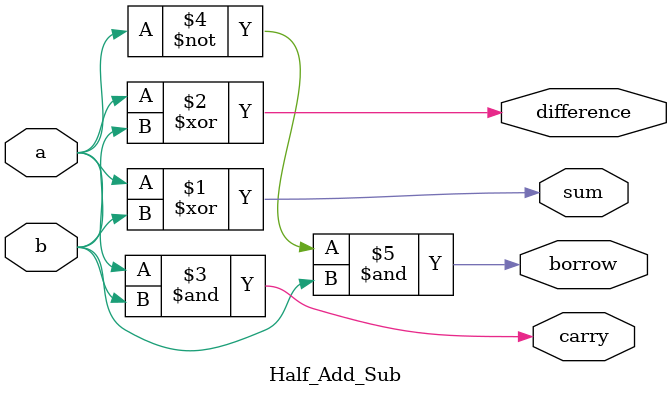
<source format=v>
`timescale 1ns / 1ps


module Half_Add_Sub(input a,
                    input b,
                    output sum,
                    output carry,
                    output difference,
                    output borrow

    );
    assign sum = a ^ b;
    assign difference = a ^ b;
    assign carry = a & b;
    assign borrow = ~a & b;
    
endmodule

</source>
